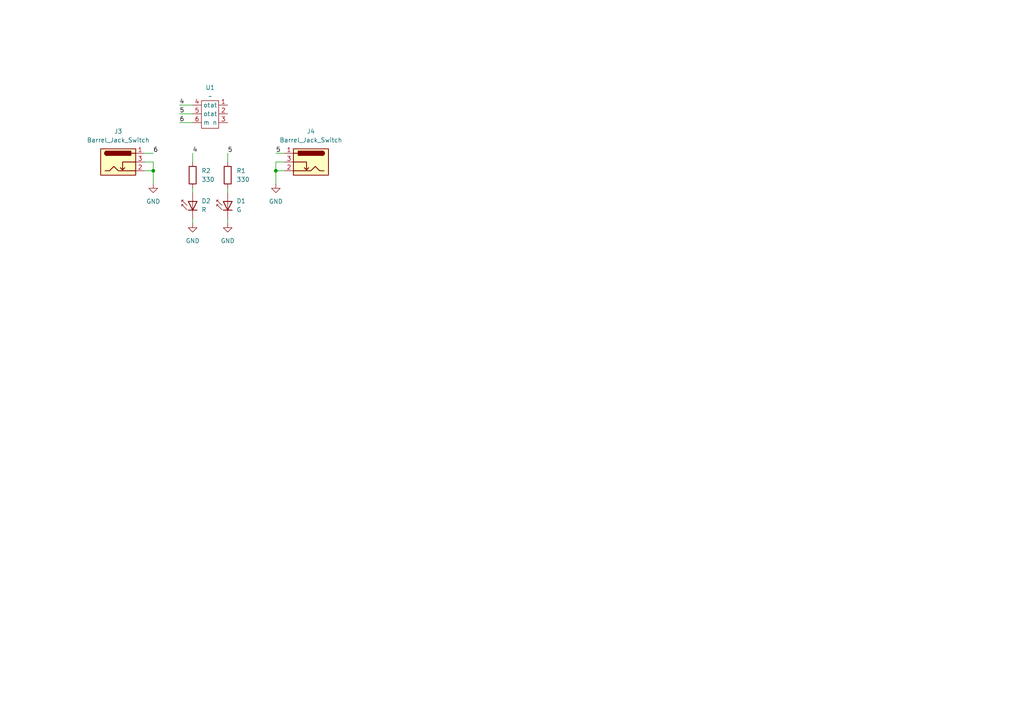
<source format=kicad_sch>
(kicad_sch (version 20231120) (generator "eeschema") (generator_version "8.0")
  (paper "A4")
  (lib_symbols
    (symbol "Connector:Barrel_Jack_Switch" (pin_names hide)
      (property "Reference" "J" (at 0 5.334 0))
      (property "Value" "Barrel_Jack_Switch" (at 0 -5.08 0))
      (symbol "Barrel_Jack_Switch_0_1"
        (rectangle (start -5.08 3.81) (end 5.08 -3.81) (stroke (width 0.254)) (fill (type background)))
        (arc (start -3.302 3.175) (mid -3.9343 2.54) (end -3.302 1.905) (stroke (width 0.254)))
        (arc (start -3.302 3.175) (mid -3.9343 2.54) (end -3.302 1.905) (stroke (width 0.254)) (fill (type outline)))
        (polyline (pts (xy 1.27 -2.286) (xy 1.905 -1.651)) (stroke (width 0.254)))
        (polyline (pts (xy 5.08 2.54) (xy 3.81 2.54)) (stroke (width 0.254)))
        (polyline (pts (xy 5.08 0) (xy 1.27 0) (xy 1.27 -2.286) (xy 0.635 -1.651)) (stroke (width 0.254)))
        (polyline (pts (xy -3.81 -2.54) (xy -2.54 -2.54) (xy -1.27 -1.27) (xy 0 -2.54) (xy 2.54 -2.54) (xy 5.08 -2.54)) (stroke (width 0.254)))
        (rectangle (start 3.683 3.175) (end -3.302 1.905) (stroke (width 0.254)) (fill (type outline)))
      )
      (symbol "Barrel_Jack_Switch_1_1"
        (pin passive line (at 7.62 2.54 180) (length 2.54) (name "~") (number "1"))
        (pin passive line (at 7.62 -2.54 180) (length 2.54) (name "~") (number "2"))
        (pin passive line (at 7.62 0 180) (length 2.54) (name "~") (number "3"))
      )
    )
    (symbol "Device:R" (pin_numbers hide) (pin_names (offset 0))
      (property "Reference" "R" (at 2.032 0 90))
      (property "Value" "R" (at 0 0 90))
      (symbol "R_0_1"
        (rectangle (start -1.016 -2.54) (end 1.016 2.54) (stroke (width 0.254)))
      )
      (symbol "R_1_1"
        (pin passive line (at 0 3.81 270) (length 1.27) (name "~") (number "1"))
        (pin passive line (at 0 -3.81 90) (length 1.27) (name "~") (number "2"))
      )
    )
    (symbol "LED:LD271" (pin_numbers hide) (pin_names (offset 1.016) hide)
      (property "Reference" "D" (at 0.508 1.778 0))
      (property "Value" "LD271" (at -1.016 -2.794 0))
      (symbol "LD271_0_1"
        (polyline (pts (xy -2.54 1.27) (xy -2.54 -1.27)) (stroke (width 0.254)))
        (polyline (pts (xy 0 0) (xy -2.54 0)))
        (polyline (pts (xy 0.381 3.175) (xy -0.127 3.175)))
        (polyline (pts (xy -1.143 1.651) (xy 0.381 3.175) (xy 0.381 2.667)))
        (polyline (pts (xy 0 -1.27) (xy -2.54 0) (xy 0 1.27) (xy 0 -1.27)) (stroke (width 0.254)))
        (polyline (pts (xy -2.413 1.651) (xy -0.889 3.175) (xy -0.889 2.667) (xy -0.889 3.175) (xy -1.397 3.175)))
      )
      (symbol "LD271_1_1"
        (pin passive line (at -5.08 0 0) (length 2.54) (name "K") (number "1"))
        (pin passive line (at 2.54 0 180) (length 2.54) (name "A") (number "2"))
      )
    )
    (symbol "dpdt_switch:T7X7-S_LatchingSwitch"
      (property "Reference" "U" (at 0.762 1.016 0))
      (symbol "T7X7-S_LatchingSwitch_0_1"
        (rectangle (start 0 0) (end 5 -8))
      )
      (symbol "T7X7-S_LatchingSwitch_1_1"
        (pin input line (at 7.62 -1.27 180) (length 2.54) (name "at") (number "1"))
        (pin input line (at 7.62 -3.81 180) (length 2.54) (name "at") (number "2"))
        (pin input line (at 7.62 -6.35 180) (length 2.54) (name "n") (number "3"))
        (pin input line (at -2.54 -1.27 0) (length 2.54) (name "ot") (number "4"))
        (pin input line (at -2.54 -3.81 0) (length 2.54) (name "ot") (number "5"))
        (pin input line (at -2.54 -6.35 0) (length 2.54) (name "m") (number "6"))
      )
    )
    (symbol "power:GND" (power) (pin_numbers hide) (pin_names (offset 0) hide)
      (property "Value" "GND" (at 0 -3.81 0))
      (symbol "GND_0_1"
        (polyline (pts (xy 0 0) (xy 0 -1.27) (xy 1.27 -1.27) (xy 0 -2.54) (xy -1.27 -1.27) (xy 0 -1.27)))
      )
      (symbol "GND_1_1"
        (pin power_in line (at 0 0 270) (length 0) (name "~") (number "1"))
      )
    )
  )
  (junction (at 80.01 49.53))
  (junction (at 44.45 49.53))
  (wire (pts (xy 80.01 46.99) (xy 80.01 49.53)))
  (wire (pts (xy 41.91 46.99) (xy 44.45 46.99)))
  (wire (pts (xy 66.04 54.61) (xy 66.04 55.88)))
  (wire (pts (xy 66.04 63.5) (xy 66.04 64.77)))
  (wire (pts (xy 52.07 30.48) (xy 55.88 30.48)))
  (wire (pts (xy 66.04 44.45) (xy 66.04 46.99)))
  (wire (pts (xy 41.91 49.53) (xy 44.45 49.53)))
  (wire (pts (xy 55.88 63.5) (xy 55.88 64.77)))
  (wire (pts (xy 82.55 46.99) (xy 80.01 46.99)))
  (wire (pts (xy 52.07 33.02) (xy 55.88 33.02)))
  (wire (pts (xy 80.01 44.45) (xy 82.55 44.45)))
  (wire (pts (xy 44.45 46.99) (xy 44.45 49.53)))
  (wire (pts (xy 80.01 49.53) (xy 80.01 53.34)))
  (wire (pts (xy 41.91 44.45) (xy 44.45 44.45)))
  (wire (pts (xy 52.07 35.56) (xy 55.88 35.56)))
  (wire (pts (xy 80.01 49.53) (xy 82.55 49.53)))
  (wire (pts (xy 55.88 54.61) (xy 55.88 55.88)))
  (wire (pts (xy 44.45 49.53) (xy 44.45 53.34)))
  (wire (pts (xy 55.88 44.45) (xy 55.88 46.99)))
  (label "4" (at 52.07 30.48 0))
  (label "5" (at 52.07 33.02 0))
  (label "6" (at 44.45 44.45 0))
  (label "5" (at 66.04 44.45 0))
  (label "4" (at 55.88 44.45 0))
  (label "5" (at 80.01 44.45 0))
  (label "6" (at 52.07 35.56 0))
  (symbol (lib_id "power:GND") (at 80.01 53.34 0) (unit 1)
    (property "Reference" "#PWR03" (effects (hide yes)))
    (property "Value" "GND" (at 80.01 58.42 0))
    (property "Description" "Power symbol creates a global label with name \"GND\" , ground" (effects (hide yes)))
  )
  (symbol (lib_id "LED:LD271") (at 66.04 58.42 90) (unit 1)
    (property "Reference" "D1" (at 68.58 58.2929 90) (effects (justify right)))
    (property "Value" "G" (at 68.58 60.8329 90) (effects (justify right)))
    (property "Footprint" "LED_THT:LED_D5.0mm_IRGrey" (effects (hide yes)))
    (property "Datasheet" "http://www.alliedelec.com/m/d/40788c34903a719969df15f1fbea1056.pdf" (effects (hide yes)))
    (property "Description" "940nm IR-LED, 5mm" (effects (hide yes)))
  )
  (symbol (lib_id "Device:R") (at 66.04 50.8 0) (unit 1)
    (property "Reference" "R1" (at 68.58 49.5299 0) (effects (justify left)))
    (property "Value" "330" (at 68.58 52.0699 0) (effects (justify left)))
    (property "Footprint" "Resistor_THT:R_Axial_DIN0309_L9.0mm_D3.2mm_P12.70mm_Horizontal" (effects (hide yes)))
    (property "Description" "Resistor" (effects (hide yes)))
  )
  (symbol (lib_id "Device:R") (at 55.88 50.8 0) (unit 1)
    (property "Reference" "R2" (at 58.42 49.5299 0) (effects (justify left)))
    (property "Value" "330" (at 58.42 52.0699 0) (effects (justify left)))
    (property "Footprint" "Resistor_THT:R_Axial_DIN0309_L9.0mm_D3.2mm_P12.70mm_Horizontal" (effects (hide yes)))
    (property "Description" "Resistor" (effects (hide yes)))
  )
  (symbol (lib_id "Connector:Barrel_Jack_Switch") (at 90.17 46.99 0) (mirror y) (unit 1)
    (property "Reference" "J4" (at 90.17 38.1 0))
    (property "Value" "Barrel_Jack_Switch" (at 90.17 40.64 0))
    (property "Footprint" "Connector_BarrelJack:BarrelJack_GCT_DCJ200-10-A_Horizontal" (effects (hide yes)))
    (property "Description" "DC Barrel Jack with an internal switch" (effects (hide yes)))
  )
  (symbol (lib_id "power:GND") (at 55.88 64.77 0) (unit 1)
    (property "Reference" "#PWR04" (effects (hide yes)))
    (property "Value" "GND" (at 55.88 69.85 0))
    (property "Description" "Power symbol creates a global label with name \"GND\" , ground" (effects (hide yes)))
  )
  (symbol (lib_id "power:GND") (at 44.45 53.34 0) (unit 1)
    (property "Reference" "#PWR01" (effects (hide yes)))
    (property "Value" "GND" (at 44.45 58.42 0))
    (property "Description" "Power symbol creates a global label with name \"GND\" , ground" (effects (hide yes)))
  )
  (symbol (lib_id "power:GND") (at 66.04 64.77 0) (unit 1)
    (property "Reference" "#PWR02" (effects (hide yes)))
    (property "Value" "GND" (at 66.04 69.85 0))
    (property "Description" "Power symbol creates a global label with name \"GND\" , ground" (effects (hide yes)))
  )
  (symbol (lib_id "LED:LD271") (at 55.88 58.42 90) (unit 1)
    (property "Reference" "D2" (at 58.42 58.2929 90) (effects (justify right)))
    (property "Value" "R" (at 58.42 60.8329 90) (effects (justify right)))
    (property "Footprint" "LED_THT:LED_D5.0mm_IRGrey" (effects (hide yes)))
    (property "Datasheet" "http://www.alliedelec.com/m/d/40788c34903a719969df15f1fbea1056.pdf" (effects (hide yes)))
    (property "Description" "940nm IR-LED, 5mm" (effects (hide yes)))
  )
  (symbol (lib_id "Connector:Barrel_Jack_Switch") (at 34.29 46.99 0) (unit 1)
    (property "Reference" "J3" (at 34.29 38.1 0))
    (property "Value" "Barrel_Jack_Switch" (at 34.29 40.64 0))
    (property "Footprint" "Connector_BarrelJack:BarrelJack_GCT_DCJ200-10-A_Horizontal" (effects (hide yes)))
    (property "Description" "DC Barrel Jack with an internal switch" (effects (hide yes)))
  )
  (symbol (lib_id "dpdt_switch:T7X7-S_LatchingSwitch") (at 58.42 29.21 0) (unit 1)
    (property "Reference" "U1" (at 60.96 25.4 0))
    (property "Value" "~" (at 60.96 27.94 0))
    (property "Footprint" "dpdt_switch:switches_latching" (effects (hide yes)))
  )
)
</source>
